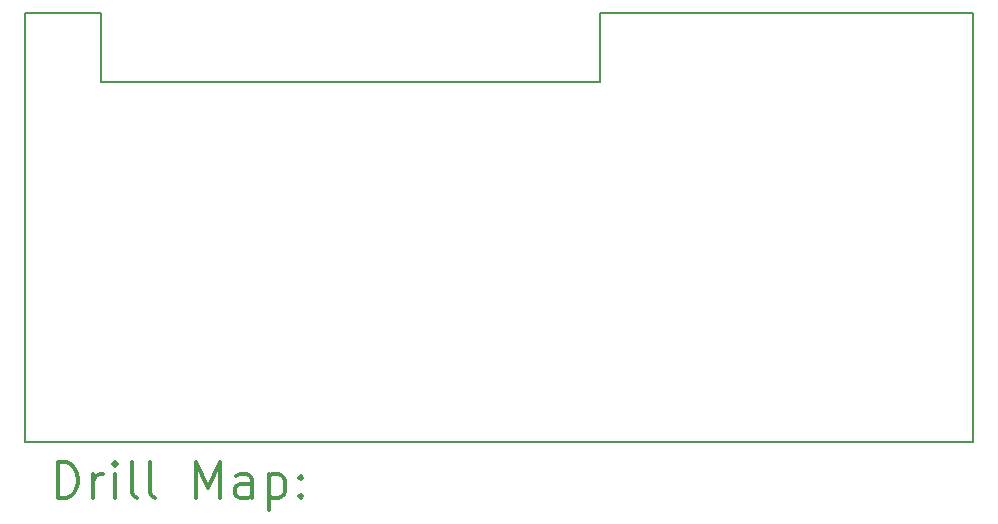
<source format=gbr>
%FSLAX45Y45*%
G04 Gerber Fmt 4.5, Leading zero omitted, Abs format (unit mm)*
G04 Created by KiCad (PCBNEW 5.0.0-fee4fd1~66~ubuntu18.04.1) date Tue Aug 14 13:58:42 2018*
%MOMM*%
%LPD*%
G01*
G04 APERTURE LIST*
%ADD10C,0.150000*%
%ADD11C,0.200000*%
%ADD12C,0.300000*%
G04 APERTURE END LIST*
D10*
X8385000Y-11465000D02*
X8385000Y-7835000D01*
X16415000Y-11465000D02*
X8385000Y-11465000D01*
X16415000Y-7835000D02*
X16415000Y-11465000D01*
X13255000Y-7835000D02*
X16415000Y-7835000D01*
X13255000Y-8420000D02*
X13255000Y-7835000D01*
X9030000Y-8420000D02*
X13255000Y-8420000D01*
X9030000Y-7835000D02*
X9030000Y-8420000D01*
X8385000Y-7835000D02*
X9030000Y-7835000D01*
D11*
D12*
X8663928Y-11938214D02*
X8663928Y-11638214D01*
X8735357Y-11638214D01*
X8778214Y-11652500D01*
X8806786Y-11681071D01*
X8821071Y-11709643D01*
X8835357Y-11766786D01*
X8835357Y-11809643D01*
X8821071Y-11866786D01*
X8806786Y-11895357D01*
X8778214Y-11923929D01*
X8735357Y-11938214D01*
X8663928Y-11938214D01*
X8963928Y-11938214D02*
X8963928Y-11738214D01*
X8963928Y-11795357D02*
X8978214Y-11766786D01*
X8992500Y-11752500D01*
X9021071Y-11738214D01*
X9049643Y-11738214D01*
X9149643Y-11938214D02*
X9149643Y-11738214D01*
X9149643Y-11638214D02*
X9135357Y-11652500D01*
X9149643Y-11666786D01*
X9163928Y-11652500D01*
X9149643Y-11638214D01*
X9149643Y-11666786D01*
X9335357Y-11938214D02*
X9306786Y-11923929D01*
X9292500Y-11895357D01*
X9292500Y-11638214D01*
X9492500Y-11938214D02*
X9463928Y-11923929D01*
X9449643Y-11895357D01*
X9449643Y-11638214D01*
X9835357Y-11938214D02*
X9835357Y-11638214D01*
X9935357Y-11852500D01*
X10035357Y-11638214D01*
X10035357Y-11938214D01*
X10306786Y-11938214D02*
X10306786Y-11781071D01*
X10292500Y-11752500D01*
X10263928Y-11738214D01*
X10206786Y-11738214D01*
X10178214Y-11752500D01*
X10306786Y-11923929D02*
X10278214Y-11938214D01*
X10206786Y-11938214D01*
X10178214Y-11923929D01*
X10163928Y-11895357D01*
X10163928Y-11866786D01*
X10178214Y-11838214D01*
X10206786Y-11823929D01*
X10278214Y-11823929D01*
X10306786Y-11809643D01*
X10449643Y-11738214D02*
X10449643Y-12038214D01*
X10449643Y-11752500D02*
X10478214Y-11738214D01*
X10535357Y-11738214D01*
X10563928Y-11752500D01*
X10578214Y-11766786D01*
X10592500Y-11795357D01*
X10592500Y-11881071D01*
X10578214Y-11909643D01*
X10563928Y-11923929D01*
X10535357Y-11938214D01*
X10478214Y-11938214D01*
X10449643Y-11923929D01*
X10721071Y-11909643D02*
X10735357Y-11923929D01*
X10721071Y-11938214D01*
X10706786Y-11923929D01*
X10721071Y-11909643D01*
X10721071Y-11938214D01*
X10721071Y-11752500D02*
X10735357Y-11766786D01*
X10721071Y-11781071D01*
X10706786Y-11766786D01*
X10721071Y-11752500D01*
X10721071Y-11781071D01*
M02*

</source>
